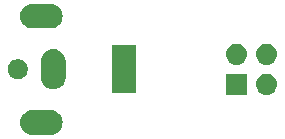
<source format=gbr>
%TF.GenerationSoftware,KiCad,Pcbnew,5.1.4-3.fc31*%
%TF.CreationDate,2019-11-21T18:34:14+01:00*%
%TF.ProjectId,barrel-jack-to-pcb,62617272-656c-42d6-9a61-636b2d746f2d,1.0*%
%TF.SameCoordinates,PX68c4118PY55fe290*%
%TF.FileFunction,Soldermask,Bot*%
%TF.FilePolarity,Negative*%
%FSLAX46Y46*%
G04 Gerber Fmt 4.6, Leading zero omitted, Abs format (unit mm)*
G04 Created by KiCad (PCBNEW 5.1.4-3.fc31) date 2019-11-21 18:34:14*
%MOMM*%
%LPD*%
G04 APERTURE LIST*
%ADD10C,0.150000*%
G04 APERTURE END LIST*
D10*
G36*
X6553097Y2895931D02*
G01*
X6656032Y2885793D01*
X6854146Y2825695D01*
X6854149Y2825694D01*
X6950975Y2773939D01*
X7036729Y2728103D01*
X7196765Y2596765D01*
X7328103Y2436729D01*
X7373939Y2350975D01*
X7425694Y2254149D01*
X7425695Y2254146D01*
X7485793Y2056032D01*
X7506085Y1850000D01*
X7485793Y1643968D01*
X7425695Y1445854D01*
X7425694Y1445851D01*
X7373939Y1349025D01*
X7328103Y1263271D01*
X7196765Y1103235D01*
X7036729Y971897D01*
X6950975Y926061D01*
X6854149Y874306D01*
X6854146Y874305D01*
X6656032Y814207D01*
X6553097Y804069D01*
X6501631Y799000D01*
X4898369Y799000D01*
X4846903Y804069D01*
X4743968Y814207D01*
X4545854Y874305D01*
X4545851Y874306D01*
X4449025Y926061D01*
X4363271Y971897D01*
X4203235Y1103235D01*
X4071897Y1263271D01*
X4026061Y1349025D01*
X3974306Y1445851D01*
X3974305Y1445854D01*
X3914207Y1643968D01*
X3893915Y1850000D01*
X3914207Y2056032D01*
X3974305Y2254146D01*
X3974306Y2254149D01*
X4026061Y2350975D01*
X4071897Y2436729D01*
X4203235Y2596765D01*
X4363271Y2728103D01*
X4449025Y2773939D01*
X4545851Y2825694D01*
X4545854Y2825695D01*
X4743968Y2885793D01*
X4846903Y2895931D01*
X4898369Y2901000D01*
X6501631Y2901000D01*
X6553097Y2895931D01*
X6553097Y2895931D01*
G37*
G36*
X24875442Y5974482D02*
G01*
X24941627Y5967963D01*
X25111466Y5916443D01*
X25267991Y5832778D01*
X25298768Y5807520D01*
X25405186Y5720186D01*
X25488448Y5618729D01*
X25517778Y5582991D01*
X25601443Y5426466D01*
X25652963Y5256627D01*
X25670359Y5080000D01*
X25652963Y4903373D01*
X25601443Y4733534D01*
X25601442Y4733532D01*
X25596510Y4724305D01*
X25517778Y4577009D01*
X25488448Y4541271D01*
X25405186Y4439814D01*
X25303729Y4356552D01*
X25267991Y4327222D01*
X25111466Y4243557D01*
X24941627Y4192037D01*
X24875442Y4185518D01*
X24809260Y4179000D01*
X24720740Y4179000D01*
X24654558Y4185518D01*
X24588373Y4192037D01*
X24418534Y4243557D01*
X24262009Y4327222D01*
X24226271Y4356552D01*
X24124814Y4439814D01*
X24041552Y4541271D01*
X24012222Y4577009D01*
X23933490Y4724305D01*
X23928558Y4733532D01*
X23928557Y4733534D01*
X23877037Y4903373D01*
X23859641Y5080000D01*
X23877037Y5256627D01*
X23928557Y5426466D01*
X24012222Y5582991D01*
X24041552Y5618729D01*
X24124814Y5720186D01*
X24231232Y5807520D01*
X24262009Y5832778D01*
X24418534Y5916443D01*
X24588373Y5967963D01*
X24654558Y5974482D01*
X24720740Y5981000D01*
X24809260Y5981000D01*
X24875442Y5974482D01*
X24875442Y5974482D01*
G37*
G36*
X23126000Y4179000D02*
G01*
X21324000Y4179000D01*
X21324000Y5981000D01*
X23126000Y5981000D01*
X23126000Y4179000D01*
X23126000Y4179000D01*
G37*
G36*
X13751000Y4299000D02*
G01*
X11649000Y4299000D01*
X11649000Y8401000D01*
X13751000Y8401000D01*
X13751000Y4299000D01*
X13751000Y4299000D01*
G37*
G36*
X6906032Y8035793D02*
G01*
X7104146Y7975695D01*
X7104149Y7975694D01*
X7200975Y7923939D01*
X7286729Y7878103D01*
X7446765Y7746765D01*
X7578103Y7586729D01*
X7623939Y7500975D01*
X7675694Y7404149D01*
X7675695Y7404146D01*
X7735793Y7206032D01*
X7751000Y7051630D01*
X7751000Y5648370D01*
X7735793Y5493968D01*
X7715316Y5426466D01*
X7675694Y5295851D01*
X7654728Y5256627D01*
X7578103Y5113271D01*
X7446765Y4953235D01*
X7286729Y4821897D01*
X7170030Y4759521D01*
X7104148Y4724306D01*
X7104145Y4724305D01*
X6906031Y4664207D01*
X6700000Y4643915D01*
X6493968Y4664207D01*
X6295854Y4724305D01*
X6295851Y4724306D01*
X6199025Y4776061D01*
X6113271Y4821897D01*
X5953235Y4953235D01*
X5821897Y5113271D01*
X5759521Y5229970D01*
X5724306Y5295852D01*
X5724305Y5295855D01*
X5664207Y5493969D01*
X5649000Y5648371D01*
X5649000Y7051631D01*
X5664207Y7206030D01*
X5724305Y7404147D01*
X5799184Y7544235D01*
X5821898Y7586729D01*
X5953236Y7746765D01*
X6113272Y7878103D01*
X6199026Y7923939D01*
X6295852Y7975694D01*
X6295855Y7975695D01*
X6493969Y8035793D01*
X6700000Y8056085D01*
X6906032Y8035793D01*
X6906032Y8035793D01*
G37*
G36*
X3948228Y7168297D02*
G01*
X4103100Y7104147D01*
X4242481Y7011015D01*
X4361015Y6892481D01*
X4454147Y6753100D01*
X4518297Y6598228D01*
X4551000Y6433816D01*
X4551000Y6266184D01*
X4518297Y6101772D01*
X4454147Y5946900D01*
X4361015Y5807519D01*
X4242481Y5688985D01*
X4103100Y5595853D01*
X3948228Y5531703D01*
X3783816Y5499000D01*
X3616184Y5499000D01*
X3451772Y5531703D01*
X3296900Y5595853D01*
X3157519Y5688985D01*
X3038985Y5807519D01*
X2945853Y5946900D01*
X2881703Y6101772D01*
X2849000Y6266184D01*
X2849000Y6433816D01*
X2881703Y6598228D01*
X2945853Y6753100D01*
X3038985Y6892481D01*
X3157519Y7011015D01*
X3296900Y7104147D01*
X3451772Y7168297D01*
X3616184Y7201000D01*
X3783816Y7201000D01*
X3948228Y7168297D01*
X3948228Y7168297D01*
G37*
G36*
X22335443Y8514481D02*
G01*
X22401627Y8507963D01*
X22571466Y8456443D01*
X22727991Y8372778D01*
X22763729Y8343448D01*
X22865186Y8260186D01*
X22948448Y8158729D01*
X22977778Y8122991D01*
X22977779Y8122989D01*
X23056511Y7975694D01*
X23061443Y7966466D01*
X23112963Y7796627D01*
X23130359Y7620000D01*
X23112963Y7443373D01*
X23061443Y7273534D01*
X22977778Y7117009D01*
X22967223Y7104148D01*
X22865186Y6979814D01*
X22763729Y6896552D01*
X22727991Y6867222D01*
X22571466Y6783557D01*
X22401627Y6732037D01*
X22335443Y6725519D01*
X22269260Y6719000D01*
X22180740Y6719000D01*
X22114557Y6725519D01*
X22048373Y6732037D01*
X21878534Y6783557D01*
X21722009Y6867222D01*
X21686271Y6896552D01*
X21584814Y6979814D01*
X21482777Y7104148D01*
X21472222Y7117009D01*
X21388557Y7273534D01*
X21337037Y7443373D01*
X21319641Y7620000D01*
X21337037Y7796627D01*
X21388557Y7966466D01*
X21393490Y7975694D01*
X21472221Y8122989D01*
X21472222Y8122991D01*
X21501552Y8158729D01*
X21584814Y8260186D01*
X21686271Y8343448D01*
X21722009Y8372778D01*
X21878534Y8456443D01*
X22048373Y8507963D01*
X22114557Y8514481D01*
X22180740Y8521000D01*
X22269260Y8521000D01*
X22335443Y8514481D01*
X22335443Y8514481D01*
G37*
G36*
X24875443Y8514481D02*
G01*
X24941627Y8507963D01*
X25111466Y8456443D01*
X25267991Y8372778D01*
X25303729Y8343448D01*
X25405186Y8260186D01*
X25488448Y8158729D01*
X25517778Y8122991D01*
X25517779Y8122989D01*
X25596511Y7975694D01*
X25601443Y7966466D01*
X25652963Y7796627D01*
X25670359Y7620000D01*
X25652963Y7443373D01*
X25601443Y7273534D01*
X25517778Y7117009D01*
X25507223Y7104148D01*
X25405186Y6979814D01*
X25303729Y6896552D01*
X25267991Y6867222D01*
X25111466Y6783557D01*
X24941627Y6732037D01*
X24875443Y6725519D01*
X24809260Y6719000D01*
X24720740Y6719000D01*
X24654557Y6725519D01*
X24588373Y6732037D01*
X24418534Y6783557D01*
X24262009Y6867222D01*
X24226271Y6896552D01*
X24124814Y6979814D01*
X24022777Y7104148D01*
X24012222Y7117009D01*
X23928557Y7273534D01*
X23877037Y7443373D01*
X23859641Y7620000D01*
X23877037Y7796627D01*
X23928557Y7966466D01*
X23933490Y7975694D01*
X24012221Y8122989D01*
X24012222Y8122991D01*
X24041552Y8158729D01*
X24124814Y8260186D01*
X24226271Y8343448D01*
X24262009Y8372778D01*
X24418534Y8456443D01*
X24588373Y8507963D01*
X24654557Y8514481D01*
X24720740Y8521000D01*
X24809260Y8521000D01*
X24875443Y8514481D01*
X24875443Y8514481D01*
G37*
G36*
X6553097Y11895931D02*
G01*
X6656032Y11885793D01*
X6854146Y11825695D01*
X6854149Y11825694D01*
X6950975Y11773939D01*
X7036729Y11728103D01*
X7196765Y11596765D01*
X7328103Y11436729D01*
X7373939Y11350975D01*
X7425694Y11254149D01*
X7425695Y11254146D01*
X7485793Y11056032D01*
X7506085Y10850000D01*
X7485793Y10643968D01*
X7425695Y10445854D01*
X7425694Y10445851D01*
X7373939Y10349025D01*
X7328103Y10263271D01*
X7196765Y10103235D01*
X7036729Y9971897D01*
X6950975Y9926061D01*
X6854149Y9874306D01*
X6854146Y9874305D01*
X6656032Y9814207D01*
X6553097Y9804069D01*
X6501631Y9799000D01*
X4898369Y9799000D01*
X4846903Y9804069D01*
X4743968Y9814207D01*
X4545854Y9874305D01*
X4545851Y9874306D01*
X4449025Y9926061D01*
X4363271Y9971897D01*
X4203235Y10103235D01*
X4071897Y10263271D01*
X4026061Y10349025D01*
X3974306Y10445851D01*
X3974305Y10445854D01*
X3914207Y10643968D01*
X3893915Y10850000D01*
X3914207Y11056032D01*
X3974305Y11254146D01*
X3974306Y11254149D01*
X4026061Y11350975D01*
X4071897Y11436729D01*
X4203235Y11596765D01*
X4363271Y11728103D01*
X4449025Y11773939D01*
X4545851Y11825694D01*
X4545854Y11825695D01*
X4743968Y11885793D01*
X4846903Y11895931D01*
X4898369Y11901000D01*
X6501631Y11901000D01*
X6553097Y11895931D01*
X6553097Y11895931D01*
G37*
M02*

</source>
